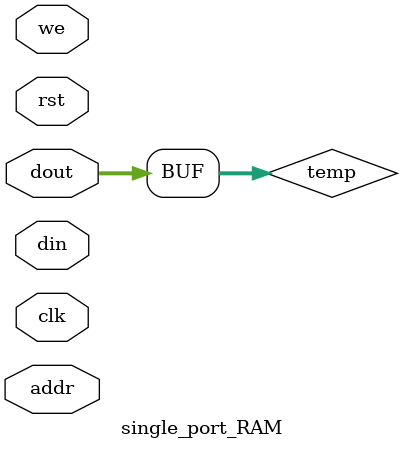
<source format=v>
`timescale 1ns / 1ps

///////////////////////////////64x8 RAM//////////////////////////
module single_port_RAM(
    input clk,rst,
    input [7:0] din,
    input we,
    input [7:0] dout,
    input [5:0] addr
    );
    
    reg [7:0] memory [63:0];
    reg [7:0] temp;
    integer i;
    
    always@(posedge clk)
    begin
        if(rst==1'b1)
        begin
            for(i=0;i<64;i=i+1)
            begin
                memory[i]<=8'h00;
            end
        temp<=8'h00;
        end
        else
        begin
        if(we==1'b1)
        memory[addr]<=din;
        else
        temp<=memory[addr];
        end
        end
        assign dout=temp;
    
endmodule

</source>
